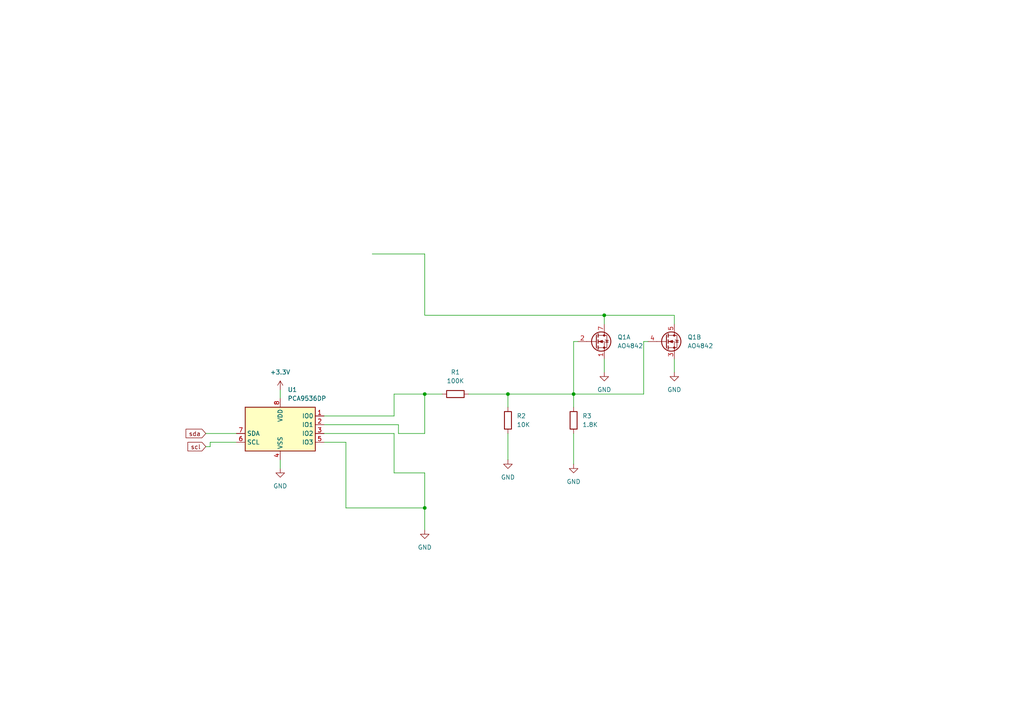
<source format=kicad_sch>
(kicad_sch (version 20250114) (generator "eeschema") (generator_version "9.0")
  (paper "A4")
  (lib_symbols
    (symbol "Device:R" (pin_numbers (hide yes)) (pin_names (offset 0))
      (property "Reference" "R" (at 2.032 0 90))
      (property "Value" "R" (at 0 0 90))
      (symbol "R_0_1"
        (rectangle (start -1.016 -2.54) (end 1.016 2.54) (stroke (width 0.254)))
      )
      (symbol "R_1_1"
        (pin passive line (at 0 3.81 270) (length 1.27) (name "~") (number "1"))
        (pin passive line (at 0 -3.81 90) (length 1.27) (name "~") (number "2"))
      )
    )
    (symbol "Interface_Expansion:PCA9536DP"
      (property "Reference" "U" (at -8.89 6.35 0))
      (property "Value" "PCA9536DP" (at 6.35 6.35 0))
      (symbol "PCA9536DP_0_1"
        (rectangle (start -10.16 5.08) (end 10.16 -7.62) (stroke (width 0.254)) (fill (type background)))
      )
      (symbol "PCA9536DP_1_1"
        (pin bidirectional line (at -12.7 -2.54 0) (length 2.54) (name "SDA") (number "7"))
        (pin input line (at -12.7 -5.08 0) (length 2.54) (name "SCL") (number "6"))
        (pin power_in line (at 0 7.62 270) (length 2.54) (name "VDD") (number "8"))
        (pin power_in line (at 0 -10.16 90) (length 2.54) (name "VSS") (number "4"))
        (pin bidirectional line (at 12.7 2.54 180) (length 2.54) (name "IO0") (number "1"))
        (pin bidirectional line (at 12.7 0 180) (length 2.54) (name "IO1") (number "2"))
        (pin bidirectional line (at 12.7 -2.54 180) (length 2.54) (name "IO2") (number "3"))
        (pin bidirectional line (at 12.7 -5.08 180) (length 2.54) (name "IO3") (number "5"))
      )
    )
    (symbol "Transistor_FET:AO4842" (pin_names (hide yes))
      (property "Reference" "Q" (at 5.08 1.905 0))
      (property "Value" "AO4842" (at 5.08 0 0))
      (symbol "AO4842_0_1"
        (polyline (pts (xy 0.254 1.905) (xy 0.254 -1.905)) (stroke (width 0.254)))
        (polyline (pts (xy 0.254 0) (xy -2.54 0)))
        (polyline (pts (xy 0.762 2.286) (xy 0.762 1.27)) (stroke (width 0.254)))
        (polyline (pts (xy 0.762 0.508) (xy 0.762 -0.508)) (stroke (width 0.254)))
        (polyline (pts (xy 0.762 -1.27) (xy 0.762 -2.286)) (stroke (width 0.254)))
        (polyline (pts (xy 0.762 -1.778) (xy 3.302 -1.778) (xy 3.302 1.778) (xy 0.762 1.778)))
        (polyline (pts (xy 1.016 0) (xy 2.032 0.381) (xy 2.032 -0.381) (xy 1.016 0)) (fill (type outline)))
        (circle (center 1.651 0) (radius 2.794) (stroke (width 0.254)))
        (polyline (pts (xy 2.54 2.54) (xy 2.54 1.778)))
        (circle (center 2.54 1.778) (radius 0.254) (fill (type outline)))
        (circle (center 2.54 -1.778) (radius 0.254) (fill (type outline)))
        (polyline (pts (xy 2.54 -2.54) (xy 2.54 0) (xy 0.762 0)))
        (polyline (pts (xy 2.794 0.508) (xy 2.921 0.381) (xy 3.683 0.381) (xy 3.81 0.254)))
        (polyline (pts (xy 3.302 0.381) (xy 2.921 -0.254) (xy 3.683 -0.254) (xy 3.302 0.381)))
      )
      (symbol "AO4842_1_1"
        (pin passive line (at -5.08 0 0) (length 2.54) (name "G1") (number "2"))
        (pin passive line (at 2.54 5.08 270) (length 2.54) (name "D1") (number "7"))
        (pin passive line (at 2.54 5.08 270) (length 2.54) (hide yes) (name "D1") (number "8"))
        (pin passive line (at 2.54 -5.08 90) (length 2.54) (name "S1") (number "1"))
      )
      (symbol "AO4842_2_1"
        (pin passive line (at -5.08 0 0) (length 2.54) (name "G2") (number "4"))
        (pin passive line (at 2.54 5.08 270) (length 2.54) (name "D2") (number "5"))
        (pin passive line (at 2.54 5.08 270) (length 2.54) (hide yes) (name "D2") (number "6"))
        (pin passive line (at 2.54 -5.08 90) (length 2.54) (name "S2") (number "3"))
      )
    )
    (symbol "power:+3.3V" (power) (pin_numbers (hide yes)) (pin_names (offset 0) (hide yes))
      (property "Value" "+3.3V" (at 0 3.556 0))
      (symbol "+3.3V_0_1"
        (polyline (pts (xy -0.762 1.27) (xy 0 2.54)))
        (polyline (pts (xy 0 2.54) (xy 0.762 1.27)))
        (polyline (pts (xy 0 0) (xy 0 2.54)))
      )
      (symbol "+3.3V_1_1"
        (pin power_in line (at 0 0 90) (length 0) (name "~") (number "1"))
      )
    )
    (symbol "power:GND" (power) (pin_numbers (hide yes)) (pin_names (offset 0) (hide yes))
      (property "Value" "GND" (at 0 -3.81 0))
      (symbol "GND_0_1"
        (polyline (pts (xy 0 0) (xy 0 -1.27) (xy 1.27 -1.27) (xy 0 -2.54) (xy -1.27 -1.27) (xy 0 -1.27)))
      )
      (symbol "GND_1_1"
        (pin power_in line (at 0 0 270) (length 0) (name "~") (number "1"))
      )
    )
  )
  (junction (at 147.32 114.3))
  (junction (at 166.37 114.3))
  (junction (at 123.19 147.32))
  (junction (at 175.26 91.44))
  (junction (at 123.19 114.3))
  (wire (pts (xy 147.32 114.3) (xy 147.32 118.11)))
  (wire (pts (xy 59.69 125.73) (xy 68.58 125.73)))
  (wire (pts (xy 100.33 147.32) (xy 123.19 147.32)))
  (wire (pts (xy 166.37 125.73) (xy 166.37 134.62)))
  (wire (pts (xy 186.69 114.3) (xy 186.69 99.06)))
  (wire (pts (xy 175.26 91.44) (xy 175.26 93.98)))
  (wire (pts (xy 166.37 99.06) (xy 167.64 99.06)))
  (wire (pts (xy 114.3 120.65) (xy 114.3 114.3)))
  (wire (pts (xy 115.57 125.73) (xy 123.19 125.73)))
  (wire (pts (xy 93.98 120.65) (xy 114.3 120.65)))
  (wire (pts (xy 93.98 125.73) (xy 114.3 125.73)))
  (wire (pts (xy 81.28 113.03) (xy 81.28 115.57)))
  (wire (pts (xy 166.37 114.3) (xy 166.37 118.11)))
  (wire (pts (xy 114.3 125.73) (xy 114.3 137.16)))
  (wire (pts (xy 195.58 93.98) (xy 195.58 91.44)))
  (wire (pts (xy 115.57 123.19) (xy 115.57 125.73)))
  (wire (pts (xy 175.26 104.14) (xy 175.26 107.95)))
  (wire (pts (xy 123.19 147.32) (xy 123.19 153.67)))
  (wire (pts (xy 60.96 129.54) (xy 60.96 128.27)))
  (wire (pts (xy 93.98 123.19) (xy 115.57 123.19)))
  (wire (pts (xy 166.37 114.3) (xy 186.69 114.3)))
  (wire (pts (xy 100.33 128.27) (xy 100.33 147.32)))
  (wire (pts (xy 123.19 91.44) (xy 123.19 73.66)))
  (wire (pts (xy 195.58 91.44) (xy 175.26 91.44)))
  (wire (pts (xy 59.69 129.54) (xy 60.96 129.54)))
  (wire (pts (xy 123.19 137.16) (xy 123.19 147.32)))
  (wire (pts (xy 186.69 99.06) (xy 187.96 99.06)))
  (wire (pts (xy 107.95 73.66) (xy 123.19 73.66)))
  (wire (pts (xy 147.32 125.73) (xy 147.32 133.35)))
  (wire (pts (xy 93.98 128.27) (xy 100.33 128.27)))
  (wire (pts (xy 114.3 137.16) (xy 123.19 137.16)))
  (wire (pts (xy 166.37 114.3) (xy 166.37 99.06)))
  (wire (pts (xy 114.3 114.3) (xy 123.19 114.3)))
  (wire (pts (xy 147.32 114.3) (xy 166.37 114.3)))
  (wire (pts (xy 60.96 128.27) (xy 68.58 128.27)))
  (wire (pts (xy 123.19 114.3) (xy 128.27 114.3)))
  (wire (pts (xy 135.89 114.3) (xy 147.32 114.3)))
  (wire (pts (xy 123.19 125.73) (xy 123.19 114.3)))
  (wire (pts (xy 81.28 133.35) (xy 81.28 135.89)))
  (wire (pts (xy 195.58 104.14) (xy 195.58 107.95)))
  (wire (pts (xy 175.26 91.44) (xy 123.19 91.44)))
  (global_label "sda" (shape input) (at 59.69 125.73 180) (property "Intersheetrefs" "${INTERSHEET_REFS}" (effects (hide yes))))
  (global_label "scl" (shape input) (at 59.69 129.54 180) (property "Intersheetrefs" "${INTERSHEET_REFS}" (effects (hide yes))))
  (symbol (lib_id "Transistor_FET:AO4842") (at 193.04 99.06 0) (unit 2)
    (property "Reference" "Q1" (at 199.39 97.7899 0) (effects (justify left)))
    (property "Value" "AO4842" (at 199.39 100.3299 0) (effects (justify left)))
    (property "Footprint" "Package_SO:SOIC-8_3.9x4.9mm_P1.27mm" (effects (hide yes)))
    (property "Datasheet" "https://aosmd.com/sites/default/files/res/data_sheets/AO4842.pdf" (effects (hide yes)))
    (property "Description" "7.7A Id, 30V Vds, Dual N-Channel MOSFET, 21mOhm Ron, SO-8" (effects (hide yes)))
  )
  (symbol (lib_id "power:GND") (at 123.19 153.67 0) (unit 1)
    (property "Reference" "#PWR03" (effects (hide yes)))
    (property "Value" "GND" (at 123.19 158.75 0))
    (property "Description" "Power symbol creates a global label with name \"GND\" , ground" (effects (hide yes)))
  )
  (symbol (lib_id "power:GND") (at 81.28 135.89 0) (unit 1)
    (property "Reference" "#PWR02" (effects (hide yes)))
    (property "Value" "GND" (at 81.28 140.97 0))
    (property "Description" "Power symbol creates a global label with name \"GND\" , ground" (effects (hide yes)))
  )
  (symbol (lib_id "power:+3.3V") (at 81.28 113.03 0) (unit 1)
    (property "Reference" "#PWR01" (effects (hide yes)))
    (property "Value" "+3.3V" (at 81.28 107.95 0))
    (property "Description" "Power symbol creates a global label with name \"+3.3V\"" (effects (hide yes)))
  )
  (symbol (lib_id "power:GND") (at 195.58 107.95 0) (unit 1)
    (property "Reference" "#PWR07" (effects (hide yes)))
    (property "Value" "GND" (at 195.58 113.03 0))
    (property "Description" "Power symbol creates a global label with name \"GND\" , ground" (effects (hide yes)))
  )
  (symbol (lib_id "power:GND") (at 147.32 133.35 0) (unit 1)
    (property "Reference" "#PWR04" (effects (hide yes)))
    (property "Value" "GND" (at 147.32 138.43 0))
    (property "Description" "Power symbol creates a global label with name \"GND\" , ground" (effects (hide yes)))
  )
  (symbol (lib_id "Device:R") (at 132.08 114.3 90) (unit 1)
    (property "Reference" "R1" (at 132.08 107.95 90))
    (property "Value" "100K" (at 132.08 110.49 90))
    (property "Description" "Resistor" (effects (hide yes)))
  )
  (symbol (lib_id "power:GND") (at 175.26 107.95 0) (unit 1)
    (property "Reference" "#PWR06" (effects (hide yes)))
    (property "Value" "GND" (at 175.26 113.03 0))
    (property "Description" "Power symbol creates a global label with name \"GND\" , ground" (effects (hide yes)))
  )
  (symbol (lib_id "Interface_Expansion:PCA9536DP") (at 81.28 123.19 0) (unit 1)
    (property "Reference" "U1" (at 83.4233 113.03 0) (effects (justify left)))
    (property "Value" "PCA9536DP" (at 83.4233 115.57 0) (effects (justify left)))
    (property "Footprint" "Package_SO:TSSOP-8_3x3mm_P0.65mm" (effects (hide yes)))
    (property "Datasheet" "http://www.nxp.com/docs/en/data-sheet/PCA9536.pdf" (effects (hide yes)))
    (property "Description" "4-bit I2C-bus and SMBus IO port, TSSOP-8" (effects (hide yes)))
  )
  (symbol (lib_id "power:GND") (at 166.37 134.62 0) (unit 1)
    (property "Reference" "#PWR05" (effects (hide yes)))
    (property "Value" "GND" (at 166.37 139.7 0))
    (property "Description" "Power symbol creates a global label with name \"GND\" , ground" (effects (hide yes)))
  )
  (symbol (lib_id "Device:R") (at 166.37 121.92 0) (unit 1)
    (property "Reference" "R3" (at 168.91 120.6499 0) (effects (justify left)))
    (property "Value" "1.8K" (at 168.91 123.1899 0) (effects (justify left)))
    (property "Description" "Resistor" (effects (hide yes)))
  )
  (symbol (lib_id "Transistor_FET:AO4842") (at 172.72 99.06 0) (unit 1)
    (property "Reference" "Q1" (at 179.07 97.7899 0) (effects (justify left)))
    (property "Value" "AO4842" (at 179.07 100.3299 0) (effects (justify left)))
    (property "Footprint" "Package_SO:SOIC-8_3.9x4.9mm_P1.27mm" (effects (hide yes)))
    (property "Datasheet" "https://aosmd.com/sites/default/files/res/data_sheets/AO4842.pdf" (effects (hide yes)))
    (property "Description" "7.7A Id, 30V Vds, Dual N-Channel MOSFET, 21mOhm Ron, SO-8" (effects (hide yes)))
  )
  (symbol (lib_id "Device:R") (at 147.32 121.92 0) (unit 1)
    (property "Reference" "R2" (at 149.86 120.6499 0) (effects (justify left)))
    (property "Value" "10K" (at 149.86 123.1899 0) (effects (justify left)))
    (property "Description" "Resistor" (effects (hide yes)))
  )
)
</source>
